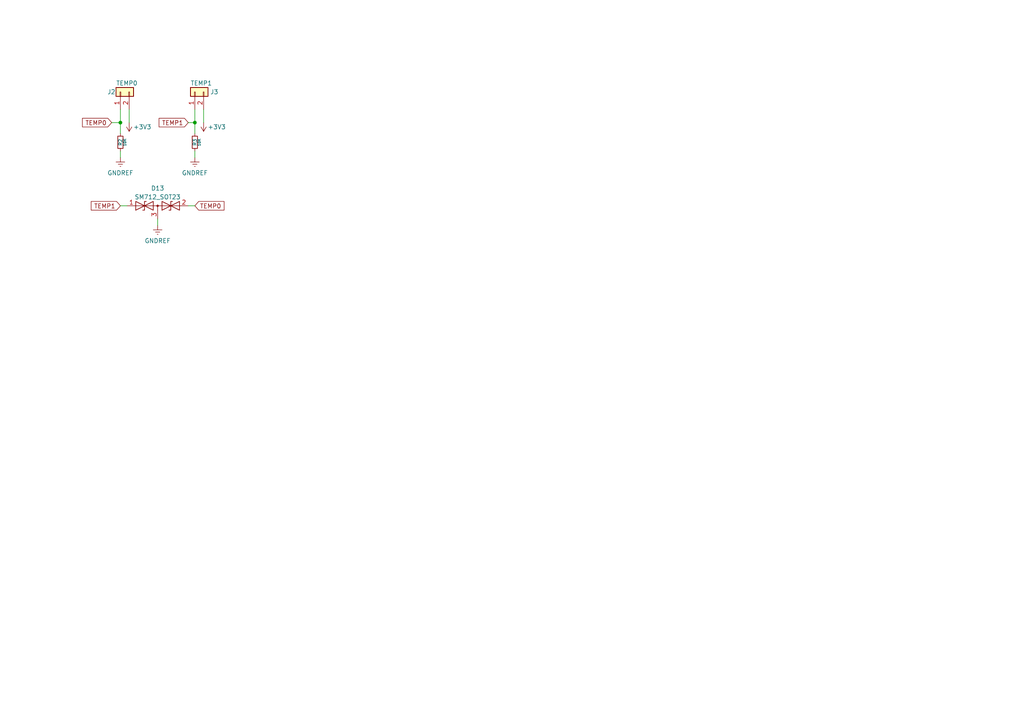
<source format=kicad_sch>
(kicad_sch (version 20230121) (generator eeschema)
  (paper "A4")
  (lib_symbols
    (symbol "Connector_Generic:Conn_01x02" (pin_names (offset 1.016) hide)
      (property "Reference" "J" (at 0 2.54 0))
      (property "Value" "Conn_01x02" (at 0 -5.08 0))
      (symbol "Conn_01x02_1_1"
        (rectangle (start -1.27 -2.413) (end 0 -2.667) (stroke (width 0.1524)))
        (rectangle (start -1.27 0.127) (end 0 -0.127) (stroke (width 0.1524)))
        (rectangle (start -1.27 1.27) (end 1.27 -3.81) (stroke (width 0.254)) (fill (type background)))
        (pin passive line (at -5.08 0 0) (length 3.81) (name "Pin_1") (number "1"))
        (pin passive line (at -5.08 -2.54 0) (length 3.81) (name "Pin_2") (number "2"))
      )
    )
    (symbol "Device:R_Small" (pin_numbers hide) (pin_names (offset 0.254) hide)
      (property "Reference" "R" (at 0.762 0.508 0))
      (property "Value" "R_Small" (at 0.762 -1.016 0))
      (symbol "R_Small_0_1"
        (rectangle (start -0.762 1.778) (end 0.762 -1.778) (stroke (width 0.2032)))
      )
      (symbol "R_Small_1_1"
        (pin passive line (at 0 2.54 270) (length 0.762) (name "~") (number "1"))
        (pin passive line (at 0 -2.54 90) (length 0.762) (name "~") (number "2"))
      )
    )
    (symbol "Diode:SM712_SOT23" (pin_names (offset 1.016) hide)
      (property "Reference" "D" (at 0 4.445 0))
      (property "Value" "SM712_SOT23" (at 0 2.54 0))
      (symbol "SM712_SOT23_0_0"
        (polyline (pts (xy 0 -1.27) (xy 0 0)))
      )
      (symbol "SM712_SOT23_0_1"
        (polyline (pts (xy -6.35 0) (xy 6.35 0)))
        (polyline (pts (xy -3.302 1.27) (xy -3.81 1.27) (xy -3.81 -1.27) (xy -4.318 -1.27)) (stroke (width 0.2032)))
        (polyline (pts (xy 4.318 1.27) (xy 3.81 1.27) (xy 3.81 -1.27) (xy 3.302 -1.27)) (stroke (width 0.2032)))
        (polyline (pts (xy -6.35 -1.27) (xy -1.27 1.27) (xy -1.27 -1.27) (xy -6.35 1.27) (xy -6.35 -1.27)) (stroke (width 0.2032)))
        (polyline (pts (xy 1.27 -1.27) (xy 1.27 1.27) (xy 6.35 -1.27) (xy 6.35 1.27) (xy 1.27 -1.27)) (stroke (width 0.2032)))
        (circle (center 0 0) (radius 0.254) (fill (type outline)))
      )
      (symbol "SM712_SOT23_1_1"
        (pin passive line (at -8.89 0 0) (length 2.54) (name "A1") (number "1"))
        (pin passive line (at 8.89 0 180) (length 2.54) (name "A2") (number "2"))
        (pin input line (at 0 -3.81 90) (length 2.54) (name "common") (number "3"))
      )
    )
    (symbol "power:+3.3V" (power) (pin_names (offset 0))
      (property "Value" "+3.3V" (at 0 3.556 0))
      (symbol "+3.3V_0_1"
        (polyline (pts (xy -0.762 1.27) (xy 0 2.54)))
        (polyline (pts (xy 0 0) (xy 0 2.54)))
        (polyline (pts (xy 0 2.54) (xy 0.762 1.27)))
      )
      (symbol "+3.3V_1_1"
        (pin power_in line (at 0 0 90) (length 0) hide (name "+3V3") (number "1"))
      )
    )
    (symbol "power:GNDREF" (power) (pin_names (offset 0))
      (property "Value" "GNDREF" (at 0 -3.81 0))
      (symbol "GNDREF_0_1"
        (polyline (pts (xy -0.635 -1.905) (xy 0.635 -1.905)))
        (polyline (pts (xy -0.127 -2.54) (xy 0.127 -2.54)))
        (polyline (pts (xy 0 -1.27) (xy 0 0)))
        (polyline (pts (xy 1.27 -1.27) (xy -1.27 -1.27)))
      )
      (symbol "GNDREF_1_1"
        (pin power_in line (at 0 0 270) (length 0) hide (name "GNDREF") (number "1"))
      )
    )
  )
  (junction (at 34.925 35.56))
  (junction (at 56.515 35.56))
  (wire (pts (xy 59.055 31.75) (xy 59.055 35.56)))
  (wire (pts (xy 34.925 35.56) (xy 34.925 38.735)))
  (wire (pts (xy 34.925 59.69) (xy 36.83 59.69)))
  (wire (pts (xy 32.385 35.56) (xy 34.925 35.56)))
  (wire (pts (xy 56.515 31.75) (xy 56.515 35.56)))
  (wire (pts (xy 34.925 43.815) (xy 34.925 45.72)))
  (wire (pts (xy 54.61 35.56) (xy 56.515 35.56)))
  (wire (pts (xy 34.925 31.75) (xy 34.925 35.56)))
  (wire (pts (xy 37.465 31.75) (xy 37.465 35.56)))
  (wire (pts (xy 45.72 63.5) (xy 45.72 65.405)))
  (wire (pts (xy 56.515 35.56) (xy 56.515 38.735)))
  (wire (pts (xy 54.61 59.69) (xy 56.515 59.69)))
  (wire (pts (xy 56.515 43.815) (xy 56.515 45.72)))
  (global_label "TEMP1" (shape input) (at 34.925 59.69 180) (property "Intersheetrefs" "${INTERSHEET_REFS}" (effects hide)))
  (global_label "TEMP0" (shape input) (at 32.385 35.56 180) (property "Intersheetrefs" "${INTERSHEET_REFS}" (effects hide)))
  (global_label "TEMP1" (shape input) (at 54.61 35.56 180) (property "Intersheetrefs" "${INTERSHEET_REFS}" (effects hide)))
  (global_label "TEMP0" (shape input) (at 56.515 59.69 0) (property "Intersheetrefs" "${INTERSHEET_REFS}" (effects hide)))
  (symbol (lib_id "Device:R_Small") (at 34.925 41.275 0) (unit 1)
    (property "Reference" "R2" (at 34.925 41.275 90) (effects (font (size 1 1))))
    (property "Value" "10K" (at 36.195 41.275 90) (effects (font (size 0.75 0.75))))
    (property "Footprint" "Resistor_SMD:R_0805_2012Metric" (effects hide))
  )
  (symbol (lib_id "power:+3.3V") (at 59.055 35.56 180) (unit 1)
    (property "Reference" "#PWR015" (effects hide))
    (property "Value" "+3.3V" (at 62.865 36.83 0))
  )
  (symbol (lib_id "Device:R_Small") (at 56.515 41.275 0) (unit 1)
    (property "Reference" "R3" (at 56.515 41.275 90) (effects (font (size 1 1))))
    (property "Value" "10K" (at 57.785 41.275 90) (effects (font (size 0.75 0.75))))
    (property "Footprint" "Resistor_SMD:R_0805_2012Metric" (effects hide))
  )
  (symbol (lib_id "Diode:SM712_SOT23") (at 45.72 59.69 0) (unit 1)
    (property "Reference" "D13" (at 45.72 54.61 0))
    (property "Value" "SM712_SOT23" (at 45.72 57.15 0))
    (property "Footprint" "Package_TO_SOT_SMD:SOT-23" (effects hide))
    (property "Datasheet" "https://www.littelfuse.com/~/media/electronics/datasheets/tvs_diode_arrays/littelfuse_tvs_diode_array_sm712_datasheet.pdf.pdf" (effects hide))
  )
  (symbol (lib_id "Connector_Generic:Conn_01x02") (at 34.925 26.67 90) (unit 1)
    (property "Reference" "J2" (at 31.115 26.67 90) (effects (justify right)))
    (property "Value" "TEMP0" (at 33.655 24.13 90) (effects (justify right)))
    (property "Footprint" "TerminalBlock_Phoenix:TerminalBlock_Phoenix_MKDS-1,5-2-5.08_1x02_P5.08mm_Horizontal" (effects hide))
  )
  (symbol (lib_id "Connector_Generic:Conn_01x02") (at 56.515 26.67 90) (unit 1)
    (property "Reference" "J3" (at 60.96 26.67 90) (effects (justify right)))
    (property "Value" "TEMP1" (at 55.245 24.13 90) (effects (justify right)))
    (property "Footprint" "TerminalBlock_Phoenix:TerminalBlock_Phoenix_MKDS-1,5-2-5.08_1x02_P5.08mm_Horizontal" (effects hide))
  )
  (symbol (lib_id "power:GNDREF") (at 45.72 65.405 0) (mirror y) (unit 1)
    (property "Reference" "#PWR017" (effects hide))
    (property "Value" "GNDREF" (at 45.72 69.85 0))
  )
  (symbol (lib_id "power:GNDREF") (at 34.925 45.72 0) (unit 1)
    (property "Reference" "#PWR012" (effects hide))
    (property "Value" "GNDREF" (at 34.925 50.165 0))
  )
  (symbol (lib_id "power:+3.3V") (at 37.465 35.56 180) (unit 1)
    (property "Reference" "#PWR013" (effects hide))
    (property "Value" "+3.3V" (at 41.275 36.83 0))
  )
  (symbol (lib_id "power:GNDREF") (at 56.515 45.72 0) (unit 1)
    (property "Reference" "#PWR014" (effects hide))
    (property "Value" "GNDREF" (at 56.515 50.165 0))
  )
)
</source>
